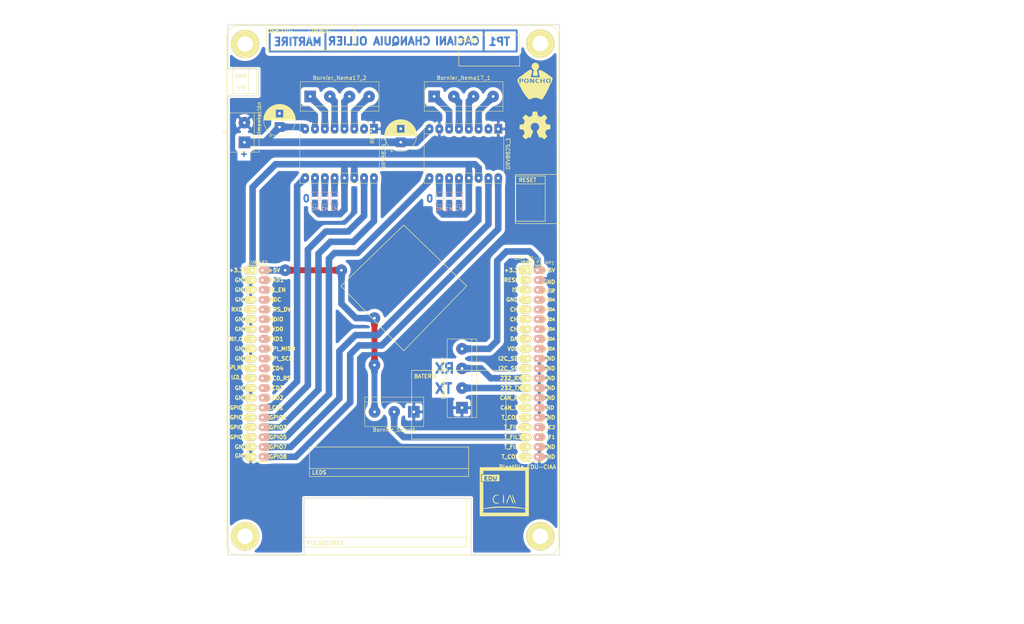
<source format=kicad_pcb>
(kicad_pcb (version 20240108) (generator "pcbnew") (generator_version "8.0")
  (layers (0 "F.Cu" signal) (31 "B.Cu" signal) (34 "B.Paste" user) (35 "F.Paste" user) (36 "B.SilkS" user "B.Silkscreen") (37 "F.SilkS" user "F.Silkscreen") (38 "B.Mask" user) (39 "F.Mask" user) (44 "Edge.Cuts" user))
  (net 0 "")
  (net 1 "GND")
  (net 2 "5VL")
  (net 3 "RS232_RX")
  (net 4 "RS232_TX")
  (net 5 "B2_1")
  (net 6 "A1_1")
  (net 7 "A2_1")
  (net 8 "B1_1")
  (net 9 "TFIL3")
  (net 10 "5VR")
  (net 21 "B2_2")
  (net 22 "A2_2")
  (net 25 "B1_2")
  (net 26 "A1_2")
  (net 31 "3V3R")
  (net 48 "STEP1")
  (net 55 "STEP2")
  (net 63 "3V3L")
  (net 64 "DIR2")
  (net 65 "DIR1")
  (net 67 "VMOT")
  (net 68 "M11")
  (net 69 "M21")
  (net 70 "M01")
  (net 72 "M22")
  (net 73 "M12")
  (net 74 "M02")
  (net 76 "EN2")
  (net 77 "EN1")
  (footprint "Poncho_Esqueleto:Logo_EDU-CIAA" (layer "F.Cu") (at 145.04 147.77)
    (property "Reference" "G***" (hide yes))
    (property "Value" "Logo_EDU-CIAA" (hide yes))
  )
  (footprint "Poncho_Esqueleto:Logo_OSHWA" (layer "F.Cu") (at 152.96 52.995)
    (property "Reference" "G101" (hide yes))
    (property "Value" "Logo_OSHWA" (hide yes))
  )
  (footprint "ProyectoTdL:TerminalBlock_bornier-4_P5.08mm" (layer "F.Cu") (at 94.85 45.5)
    (property "Reference" "Bornier_Nema17_2")
    (property "Value" "Screw_Terminal_01x04")
  )
  (footprint "Module:Pololu_Breakout-16_15.2x20.3mm" (layer "F.Cu") (at 111.335 53.88 -90)
    (property "Reference" "DRV8825_2")
    (property "Value" "Pololu_Breakout_DRV8825")
  )
  (footprint "ProyectoTdL:Tira_P1_CIAA" (layer "F.Cu") (at 151.06 90.46)
    (property "Reference" "CIAA-P1-1")
    (property "Value" "Conn_02x20_Odd_Even" (hide yes))
  )
  (footprint "ProyectoTdL:TerminalBlock_bornier-2_P5.08mm" (layer "F.Cu") (at 77.85 57.375 90)
    (property "Reference" "J1")
    (property "Value" "Screw_Terminal_01x02")
  )
  (footprint "Module:Pololu_Breakout-16_15.2x20.3mm" (layer "F.Cu") (at 143.48 53.905 -90)
    (property "Reference" "DRV8825_1")
    (property "Value" "Pololu_Breakout_DRV8825")
  )
  (footprint "Capacitor_THT:CP_Radial_D8.0mm_P3.50mm" (layer "F.Cu") (at 86.925 53.4 90)
    (property "Reference" "Alimentación")
    (property "Value" "CP_Radial_D8.0mm_P3.50mm")
  )
  (footprint "ProyectoTdL:TerminalBlock_bornier-4_P5.08mm" (layer "F.Cu") (at 126.91 45.5)
    (property "Reference" "Bornier_Nema17_1")
    (property "Value" "Screw_Terminal_01x04")
  )
  (footprint "Capacitor_THT:CP_Radial_D8.0mm_P3.50mm" (layer "F.Cu") (at 118.25 57.35 90)
    (property "Reference" "REF**")
    (property "Value" "CP_Radial_D8.0mm_P3.50mm")
  )
  (footprint "Poncho_Esqueleto:Plantilla_EDU-CIAA" (layer "F.Cu") (at 151.048058 90.47)
    (property "Reference" "MP1")
    (property "Value" "Plantilla_EDU-CIAA")
  )
  (footprint "ProyectoTdL:Tira_P2_CIAA" (layer "F.Cu") (at 81.5 89.78)
    (property "Reference" "CIAA-P2-1" (hide yes))
    (property "Value" "Conn_02x20_Odd_Even" (hide yes))
  )
  (footprint "Poncho_Esqueleto:Logo_Poncho" (layer "F.Cu") (at 152.96 41.565)
    (property "Reference" "G***" (hide yes))
    (property "Value" "LOGO" (hide yes))
  )
  (footprint "mod:poncho_grande" (layer "F.Cu") (at 151.055 90.46)
    (property "Reference" "XA1")
    (property "Value" "")
  )
  (footprint "ProyectoTdL:TerminalBlock_bornier-4_P5.08mm" (layer "F.Cu") (at 134.1 126.03 90)
    (property "Reference" "Bornier_ESP32")
    (property "Value" "Screw_Terminal_01x04")
  )
  (footprint "ProyectoTdL:TerminalBlock_bornier-3_P5.08mm" (layer "F.Cu") (at 121.655 127.1 180)
    (property "Reference" "Bornier_Servo1")
    (property "Value" "Screw_Terminal_01x03")
  )
  (footprint "ProyectoTdL:SMD Solder Jumper, 1x1.5mm Pads, 0.75mm gap, open" (layer "B.Cu") (at 130.78 72.085 90)
    (property "Reference" "M1")
    (property "Value" "SMD Solder Jumper, 1x1.5mm Pads, 0.75mm gap, open")
  )
  (footprint "ProyectoTdL:SMD Solder Jumper, 1x1.5mm Pads, 0.75mm gap, open" (layer "B.Cu") (at 98.625 72.04 90)
    (property "Reference" "M1")
    (property "Value" "SMD Solder Jumper, 1x1.5mm Pads, 0.75mm gap, open")
  )
  (footprint "ProyectoTdL:SMD Solder Jumper, 1x1.5mm Pads, 0.75mm gap, open" (layer "B.Cu") (at 128.26 72.085 90)
    (property "Reference" "M0")
    (property "Value" "SMD Solder Jumper, 1x1.5mm Pads, 0.75mm gap, open")
  )
  (footprint "ProyectoTdL:SMD Solder Jumper, 1x1.5mm Pads, 0.75mm gap, open" (layer "B.Cu") (at 133.32 72.085 90)
    (property "Reference" "M2")
    (property "Value" "SMD Solder Jumper, 1x1.5mm Pads, 0.75mm gap, open")
  )
  (footprint "ProyectoTdL:SMD Solder Jumper, 1x1.5mm Pads, 0.9mm gap, open" (layer "B.Cu") (at 96.085 72.04 90)
    (property "Reference" "M0")
    (property "Value" "SMD Solder Jumper, 1x1.5mm Pads, 0.75mm gap, open")
  )
  (footprint "ProyectoTdL:SMD Solder Jumper, 1x1.5mm Pads, 0.75mm gap, open" (layer "B.Cu") (at 101.165 72.04 90)
    (property "Reference" "M2")
    (property "Value" "SMD Solder Jumper, 1x1.5mm Pads, 0.75mm gap, open")
  )
  (gr_rect (start 139.715 28.4) (end 148.255 33.86) (stroke (width 0.5)) (fill none) (layer "B.Cu"))
  (gr_rect (start 98.795 28.4) (end 139.715 33.86) (stroke (width 0.5)) (fill none) (layer "B.Cu"))
  (gr_rect (start 84.39 28.4) (end 98.795 33.86) (stroke (width 0.5)) (fill none) (layer "B.Cu"))
  (gr_line (start 147.88 65.695) (end 159.31 65.695) (stroke (width 0.15)) (layer "F.SilkS"))
  (gr_line (start 159.31 78.395) (end 147.88 78.395) (stroke (width 0.15)) (layer "F.SilkS"))
  (gr_line (start 147.88 65.695) (end 147.88 78.395) (stroke (width 0.15)) (layer "F.SilkS"))
  (gr_line (start 73.585 26.96) (end 73.585 27.595) (stroke (width 0.15)) (layer "Edge.Cuts"))
  (gr_line (start 73.585 27.595) (end 73.585 38.39) (stroke (width 0.15)) (layer "Edge.Cuts"))
  (gr_line (start 159.31 65.695) (end 159.31 78.395) (stroke (width 0.15)) (layer "Edge.Cuts"))
  (gr_line (start 73.585 45.375) (end 73.585 164.12) (stroke (width 0.15)) (layer "Edge.Cuts"))
  (gr_line (start 81.51 45.37) (end 73.585 45.375) (stroke (width 0.15)) (layer "Edge.Cuts"))
  (gr_line (start 73.585 38.39) (end 81.51 38.39) (stroke (width 0.15)) (layer "Edge.Cuts"))
  (gr_line (start 93.27 149.4) (end 136.45 149.42) (stroke (width 0.15)) (layer "Edge.Cuts"))
  (gr_line (start 136.45 164.12) (end 159.31 164.12) (stroke (width 0.15)) (layer "Edge.Cuts"))
  (gr_line (start 93.27 164.12) (end 93.27 149.4) (stroke (width 0.15)) (layer "Edge.Cuts"))
  (gr_line (start 159.31 65.695) (end 159.31 26.96) (stroke (width 0.15)) (layer "Edge.Cuts"))
  (gr_line (start 159.31 26.96) (end 73.585 26.96) (stroke (width 0.15)) (layer "Edge.Cuts"))
  (gr_line (start 81.51 38.39) (end 81.51 45.37) (stroke (width 0.15)) (layer "Edge.Cuts"))
  (gr_line (start 136.45 149.42) (end 136.45 164.12) (stroke (width 0.15)) (layer "Edge.Cuts"))
  (gr_line (start 73.585 164.12) (end 93.27 164.12) (stroke (width 0.15)) (layer "Edge.Cuts"))
  (gr_line (start 159.31 164.12) (end 159.31 78.395) (stroke (width 0.15)) (layer "Edge.Cuts"))
  (gr_text "MARTIRE" (at 98.1 32.52 0) (layer "B.Cu") (effects (font (size 2 2) (thickness 0.5) (bold yes)) (justify left bottom mirror)))
  (gr_text "RX" (at 132.475 117.35 0) (layer "B.Cu") (effects (font (size 2.5 2.5) (thickness 0.625) (bold yes)) (justify left bottom mirror)))
  (gr_text "CACIANI" (at 138.92 32.35 0) (layer "B.Cu") (effects (font (size 2 2) (thickness 0.5) (bold yes)) (justify left bottom mirror)))
  (gr_text "OLLIER" (at 109.97 32.37 0) (layer "B.Cu") (effects (font (size 2 2) (thickness 0.5) (bold yes)) (justify left bottom mirror)))
  (gr_text "TX" (at 131.9 122.55 0) (layer "B.Cu") (effects (font (size 2.5 2.5) (thickness 0.625) (bold yes)) (justify left bottom mirror)))
  (gr_text "+" (at 78.9 61.2 0) (layer "B.Cu") (effects (font (size 1.5 1.5) (thickness 0.375) (bold yes)) (justify left bottom mirror)))
  (gr_text "CHANQUIA" (at 126.26 32.37 0) (layer "B.Cu") (effects (font (size 2 2) (thickness 0.5) (bold yes)) (justify left bottom mirror)))
  (gr_text "0" (at 95 72.975 0) (layer "B.Cu") (effects (font (size 1.8 1.8) (thickness 0.45) (bold yes)) (justify left bottom mirror)))
  (gr_text "0" (at 126.9 73 0) (layer "B.Cu") (effects (font (size 1.8 1.8) (thickness 0.45) (bold yes)) (justify left bottom mirror)))
  (gr_text "TP1" (at 146.795 32.48 0) (layer "B.Cu") (effects (font (size 2 2) (thickness 0.5) (bold yes)) (justify left bottom mirror)))
  (segment (start 118.25 53.85) (end 117.1 55) (width 0.762) (layer "B.Cu") (net 1))
  (segment (start 85.756 51.069) (end 85.05 51.069) (width 0.762) (layer "B.Cu") (net 1))
  (segment (start 119.4 55) (end 120.7 55) (width 0.762) (layer "B.Cu") (net 1))
  (segment (start 86.925 49.9) (end 85.756 51.069) (width 0.762) (layer "B.Cu") (net 1))
  (segment (start 96.095 53.88) (end 96.095 51.965) (width 1.524) (layer "B.Cu") (net 1))
  (segment (start 86.925 49.9) (end 88.094 51.069) (width 0.762) (layer "B.Cu") (net 1))
  (segment (start 117.1 55) (end 115.8 55) (width 0.762) (layer "B.Cu") (net 1))
  (segment (start 153.6 93) (end 156.05 93) (width 1.524) (layer "B.Cu") (net 1))
  (segment (start 88.094 51.069) (end 88.83 51.069) (width 0.762) (layer "B.Cu") (net 1))
  (segment (start 118.25 53.85) (end 119.4 55) (width 0.762) (layer "B.Cu") (net 1))
  (segment (start 111.475 102.855) (end 111.475 115) (width 1.524) (layer "F.Cu") (net 2))
  (segment (start 88.386 90.46) (end 102.91 90.46) (width 1.524) (layer "F.Cu") (net 2))
  (segment (start 111.48 102.85) (end 111.475 102.855) (width 1.524) (layer "F.Cu") (net 2))
  (via (at 102.91 90.46) (size 3) (drill 0.7) (layers "F.Cu" "B.Cu") (net 2))
  (via (at 111.48 102.85) (size 3) (drill 0.7) (layers "F.Cu" "B.Cu") (net 2))
  (via (at 111.475 115) (size 3) (drill 0.7) (layers "F.Cu" "B.Cu") (net 2))
  (via (at 88.386 90.46) (size 3) (drill 0.7) (layers "F.Cu" "B.Cu") (net 2))
  (segment (start 111.475 127.08) (end 111.495 127.1) (width 1.524) (layer "B.Cu") (net 2))
  (segment (start 82.5 90.46) (end 88.386 90.46) (width 1.7) (layer "B.Cu") (net 2))
  (segment (start 102.93 90.48) (end 102.93 99.11) (width 1.7) (layer "B.Cu") (net 2))
  (segment (start 102.93 99.11) (end 106.67 102.85) (width 1.7) (layer "B.Cu") (net 2))
  (segment (start 106.67 102.85) (end 111.48 102.85) (width 1.7) (layer "B.Cu") (net 2))
  (segment (start 111.475 115) (end 111.475 127.08) (width 1.524) (layer "B.Cu") (net 2))
  (segment (start 102.91 90.46) (end 102.93 90.48) (width 1.7) (layer "B.Cu") (net 2))
  (segment (start 141.525 118.4) (end 138.995 115.87) (width 1.7) (layer "B.Cu") (net 3))
  (segment (start 151.06 118.4) (end 141.525 118.4) (width 1.7) (layer "B.Cu") (net 3))
  (segment (start 138.995 115.87) (end 134.1 115.87) (width 1.7) (layer "B.Cu") (net 3))
  (segment (start 151.06 120.94) (end 134.11 120.94) (width 1.7) (layer "B.Cu") (net 4))
  (segment (start 134.11 120.94) (end 134.1 120.95) (width 1.7) (layer "B.Cu") (net 4))
  (segment (start 130.78 49.37) (end 130.78 53.905) (width 1.7) (layer "B.Cu") (net 5))
  (segment (start 126.91 45.5) (end 130.78 49.37) (width 1.7) (layer "B.Cu") (net 5))
  (segment (start 137.07 45.5) (end 135.86 46.71) (width 1.7) (layer "B.Cu") (net 6))
  (segment (start 135.86 46.71) (end 135.86 53.905) (width 1.7) (layer "B.Cu") (net 6))
  (segment (start 142.15 45.5) (end 138.4 49.25) (width 1.7) (layer "B.Cu") (net 7))
  (segment (start 138.4 49.25) (end 138.4 53.905) (width 1.7) (layer "B.Cu") (net 7))
  (segment (start 133.32 46.83) (end 133.32 53.905) (width 1.7) (layer "B.Cu") (net 8))
  (segment (start 131.99 45.5) (end 133.32 46.83) (width 1.7) (layer "B.Cu") (net 8))
  (segment (start 116.575 127.1) (end 116.575 131.2) (width 1.7) (layer "B.Cu") (net 9))
  (segment (start 119.015 133.64) (end 151.06 133.64) (width 1.7) (layer "B.Cu") (net 9))
  (segment (start 116.575 131.2) (end 119.015 133.64) (width 1.7) (layer "B.Cu") (net 9))
  (segment (start 143.2 88) (end 143.2 108.7) (width 1.7) (layer "B.Cu") (net 10))
  (segment (start 153.6 87.65) (end 151.55 85.6) (width 1.7) (layer "B.Cu") (net 10))
  (segment (start 143.2 108.7) (end 141.11 110.79) (width 1.7) (layer "B.Cu") (net 10))
  (segment (start 145.6 85.6) (end 143.2 88) (width 1.7) (layer "B.Cu") (net 10))
  (segment (start 151.55 85.6) (end 145.6 85.6) (width 1.7) (layer "B.Cu") (net 10))
  (segment (start 141.11 110.79) (end 134.1 110.79) (width 1.7) (layer "B.Cu") (net 10))
  (segment (start 153.6 90.46) (end 153.6 87.65) (width 1.7) (layer "B.Cu") (net 10))
  (segment (start 98.635 49.285) (end 98.635 53.88) (width 1.7) (layer "B.Cu") (net 21))
  (segment (start 94.85 45.5) (end 98.635 49.285) (width 1.7) (layer "B.Cu") (net 21))
  (segment (start 110.09 45.5) (end 106.255 49.335) (width 1.7) (layer "B.Cu") (net 22))
  (segment (start 106.255 49.335) (end 106.255 53.88) (width 1.7) (layer "B.Cu") (net 22))
  (segment (start 101.175 46.745) (end 101.175 53.88) (width 1.7) (layer "B.Cu") (net 25))
  (segment (start 99.93 45.5) (end 101.175 46.745) (width 1.7) (layer "B.Cu") (net 25))
  (segment (start 103.715 46.795) (end 103.715 53.88) (width 1.7) (layer "B.Cu") (net 26))
  (segment (start 105.01 45.5) (end 103.715 46.795) (width 1.7) (layer "B.Cu") (net 26))
  (segment (start 140.94 78.56) (end 140.94 66.605) (width 1.7) (layer "B.Cu") (net 48))
  (segment (start 89.845 136.18) (end 102.4 123.625) (width 1.7) (layer "B.Cu") (net 48))
  (segment (start 102.4 123.625) (end 102.4 111.4) (width 1.7) (layer "B.Cu") (net 48))
  (segment (start 106.55 107.25) (end 112.25 107.25) (width 1.7) (layer "B.Cu") (net 48))
  (segment (start 102.4 111.4) (end 106.55 107.25) (width 1.7) (layer "B.Cu") (net 48))
  (segment (start 112.25 107.25) (end 140.94 78.56) (width 1.7) (layer "B.Cu") (net 48))
  (segment (start 82.475 136.18) (end 89.845 136.18) (width 1.7) (layer "B.Cu") (net 48))
  (segment (start 108.795 76.355) (end 104.693381 80.456619) (width 1.7) (layer "B.Cu") (net 55))
  (segment (start 98.893381 80.456619) (end 94.25 85.1) (width 1.7) (layer "B.Cu") (net 55))
  (segment (start 94.25 120.275) (end 85.965 128.56) (width 1.7) (layer "B.Cu") (net 55))
  (segment (start 85.965 128.56) (end 82.475 128.56) (width 1.7) (layer "B.Cu") (net 55))
  (segment (start 94.25 85.1) (end 94.25 120.275) (width 1.7) (layer "B.Cu") (net 55))
  (segment (start 104.693381 80.456619) (end 98.893381 80.456619) (width 1.7) (layer "B.Cu") (net 55))
  (segment (start 108.795 66.58) (end 108.795 76.355) (width 1.7) (layer "B.Cu") (net 55))
  (segment (start 133.335 76.005) (end 133.335 73.445) (width 1.7) (layer "B.Cu") (net 63))
  (segment (start 133.335 76.005) (end 130.815 76.005) (width 1.7) (layer "B.Cu") (net 63))
  (segment (start 130.785 73.435) (end 130.78 73.43) (width 1.524) (layer "B.Cu") (net 63))
  (segment (start 106.255 66.58) (end 106.255 63.04) (width 1.7) (layer "B.Cu") (net 63))
  (segment (start 129.145 76.005) (end 128.26 75.12) (width 1.7) (layer "B.Cu") (net 63))
  (segment (start 96.075 72.752) (end 96.075 73.38) (width 1.016) (layer "B.Cu") (net 63))
  (segment (start 79.96 68.99) (end 79.96 90.46) (width 1.7) (layer "B.Cu") (net 63))
  (segment (start 103.715 66.58) (end 103.715 63.05) (width 1.7) (layer "B.Cu") (net 63))
  (segment (start 138.4 66.605) (end 138.4 64) (width 1.7) (layer "B.Cu") (net 63))
  (segment (start 102.55 75.95) (end 103.715 74.785) (width 1.7) (layer "B.Cu") (net 63))
  (segment (start 135.86 66.605) (end 135.86 63.095) (width 1.7) (layer "B.Cu") (net 63))
  (segment (start 101.165 72.69) (end 101.165 73.38) (width 1.016) (layer "B.Cu") (net 63))
  (segment (start 101.17 73.385) (end 101.165 73.38) (width 1.524) (layer "B.Cu") (net 63))
  (segment (start 134.935 76.005) (end 133.335 76.005) (width 1.7) (layer "B.Cu") (net 63))
  (segment (start 130.815 76.005) (end 129.145 76.005) (width 1.7) (layer "B.Cu") (net 63))
  (segment (start 130.785 75.975) (end 130.785 73.435) (width 1.7) (layer "B.Cu") (net 63))
  (segment (start 135.86 75.08) (end 134.935 76.005) (width 1.7) (layer "B.Cu") (net 63))
  (segment (start 97.18 75.95) (end 98.61 75.95) (width 1.7) (layer "B.Cu") (net 63))
  (segment (start 128.26 72.735) (end 128.26 73.43) (width 1.016) (layer "B.Cu") (net 63))
  (segment (start 133.32 72.735) (end 133.32 73.43) (width 1.016) (layer "B.Cu") (net 63))
  (segment (start 138.4 64) (end 137.44 63.04) (width 1.7) (layer "B.Cu") (net 63))
  (segment (start 98.61 75.95) (end 98.61 73.405) (width 1.7) (layer "B.Cu") (net 63))
  (segment (start 103.715 74.785) (end 103.715 66.58) (width 1.7) (layer "B.Cu") (net 63))
  (segment (start 98.625 72.69) (end 98.625 73.39) (width 1.016) (layer "B.Cu") (net 63))
  (segment (start 135.86 66.605) (end 135.86 75.08) (width 1.7) (layer "B.Cu") (net 63))
  (segment (start 96.075 74.845) (end 96.075 73.38) (width 1.7) (layer "B.Cu") (net 63))
  (segment (start 128.26 75.12) (end 128.26 73.43) (width 1.7) (layer "B.Cu") (net 63))
  (segment (start 98.61 75.95) (end 101.17 75.95) (width 1.7) (layer "B.Cu") (net 63))
  (segment (start 101.17 75.95) (end 102.55 75.95) (width 1.7) (layer "B.Cu") (net 63))
  (segment (start 130.78 72.735) (end 130.78 73.43) (width 1.016) (layer "B.Cu") (net 63))
  (segment (start 85.91 63.04) (end 79.96 68.99) (width 1.7) (layer "B.Cu") (net 63))
  (segment (start 133.335 73.445) (end 133.32 73.43) (width 1.524) (layer "B.Cu") (net 63))
  (segment (start 96.075 74.845) (end 97.18 75.95) (width 1.7) (layer "B.Cu") (net 63))
  (segment (start 101.17 75.95) (end 101.17 73.385) (width 1.7) (layer "B.Cu") (net 63))
  (segment (start 137.44 63.04) (end 85.91 63.04) (width 1.7) (layer "B.Cu") (net 63))
  (segment (start 138.395 64.005) (end 138.4 64) (width 1.7) (layer "B.Cu") (net 63))
  (segment (start 130.815 76.005) (end 130.785 75.975) (width 1.7) (layer "B.Cu") (net 63))
  (segment (start 111.335 77.765) (end 106 83.1) (width 1.7) (layer "B.Cu") (net 64))
  (segment (start 97 121.35) (end 87.25 131.1) (width 1.7) (layer "B.Cu") (net 64))
  (segment (start 87.25 131.1) (end 82.475 131.1) (width 1.7) (layer "B.Cu") (net 64))
  (segment (start 97 86.2) (end 97 121.35) (width 1.7) (layer "B.Cu") (net 64))
  (segment (start 100.1 83.1) (end 97 86.2) (width 1.7) (layer "B.Cu") (net 64))
  (segment (start 106 83.1) (end 100.1 83.1) (width 1.7) (layer "B.Cu") (net 64))
  (segment (start 111.335 66.58) (end 111.335 77.765) (width 1.7) (layer "B.Cu") (net 64))
  (segment (start 91.105 138.72) (end 82.5 138.72) (width 1.7) (layer "B.Cu") (net 65))
  (segment (start 143.48 66.605) (end 143.48 79.77) (width 1.7) (layer "B.Cu") (net 65))
  (segment (start 105.2 124.625) (end 91.105 138.72) (width 1.7) (layer "B.Cu") (net 65))
  (segment (start 143.48 79.77) (end 113.35 109.9) (width 1.7) (layer "B.Cu") (net 65))
  (segment (start 105.2 112.19) (end 105.2 124.625) (width 1.7) (layer "B.Cu") (net 65))
  (segment (start 113.35 109.9) (end 107.49 109.9) (width 1.7) (layer "B.Cu") (net 65))
  (segment (start 107.49 109.9) (end 105.2 112.19) (width 1.7) (layer "B.Cu") (net 65))
  (segment (start 83 57.35) (end 122.25 57.35) (width 2) (layer "B.Cu") (net 67))
  (segment (start 125.35 54.25) (end 125.355 54.25) (width 1.27) (layer "B.Cu") (net 67))
  (segment (start 93.555 53.88) (end 93.55 53.88) (width 1.27) (layer "B.Cu") (net 67))
  (segment (start 125.355 54.25) (end 125.7 53.905) (width 1.27) (layer "B.Cu") (net 67))
  (segment (start 93.555 53.875) (end 93.08 53.4) (width 1.27) (layer "B.Cu") (net 67))
  (segment (start 77.875 57.35) (end 83 57.35) (width 2) (layer "B.Cu") (net 67))
  (segment (start 86.925 53.4) (end 93.08 53.4) (width 1.7) (layer "B.Cu") (net 67))
  (segment (start 122.25 57.35) (end 125.35 54.25) (width 2) (layer "B.Cu") (net 67))
  (segment (start 93.555 53.88) (end 93.555 53.875) (width 1.27) (layer "B.Cu") (net 67))
  (segment (start 77.85 57.375) (end 77.875 57.35) (width 2) (layer "B.Cu") (net 67))
  (segment (start 86.925 53.4) (end 83 57.325) (width 1.7) (layer "B.Cu") (net 67))
  (segment (start 83 57.325) (end 83 57.35) (width 1.7) (layer "B.Cu") (net 67))
  (segment (start 130.78 66.605) (end 130.78 70.24) (width 1.7) (layer "B.Cu") (net 68))
  (segment (start 130.78 70.835) (end 130.78 70.24) (width 1.016) (layer "B.Cu") (net 68))
  (segment (start 133.32 66.605) (end 133.32 70.24) (width 1.7) (layer "B.Cu") (net 69))
  (segment (start 133.32 70.835) (end 133.32 70.24) (width 1.016) (layer "B.Cu") (net 69))
  (segment (start 128.26 70.835) (end 128.26 70.24) (width 1.016) (layer "B.Cu") (net 70))
  (segment (start 128.24 70.22) (end 128.26 70.24) (width 1.524) (layer "B.Cu") (net 70))
  (segment (start 128.24 66.605) (end 128.24 70.22) (width 1.7) (layer "B.Cu") (net 70))
  (segment (start 101.145 66.61) (end 101.145 70.225) (width 1.7) (layer "B.Cu") (net 72))
  (segment (start 101.145 70.225) (end 101.165 70.245) (width 1.524) (layer "B.Cu") (net 72))
  (segment (start 101.175 66.58) (end 101.145 66.61) (width 1.524) (layer "B.Cu") (net 72))
  (segment (start 101.165 70.79) (end 101.165 70.245) (width 1.016) (layer "B.Cu") (net 72))
  (segment (start 98.625 70.79) (end 98.625 70.245) (width 1.016) (layer "B.Cu") (net 73))
  (segment (start 98.635 70.235) (end 98.625 70.245) (width 1.524) (layer "B.Cu") (net 73))
  (segment (start 98.635 66.58) (end 98.635 70.235) (width 1.7) (layer "B.Cu") (net 73))
  (segment (start 96.085 70.94) (end 96.085 70.245) (width 1.016) (layer "B.Cu") (net 74))
  (segment (start 96.095 70.235) (end 96.085 70.245) (width 1.524) (layer "B.Cu") (net 74))
  (segment (start 96.095 66.58) (end 96.095 70.235) (width 1.7) (layer "B.Cu") (net 74))
  (segment (start 91.47 68.665) (end 91.47 119.23) (width 1.7) (layer "B.Cu") (net 76))
  (segment (start 91.47 119.23) (end 84.68 126.02) (width 1.7) (layer "B.Cu") (net 76))
  (segment (start 84.68 126.02) (end 82.5 126.02) (width 1.7) (layer "B.Cu") (net 76))
  (segment (start 93.555 66.58) (end 91.47 68.665) (width 1.7) (layer "B.Cu") (net 76))
  (segment (start 101.15 86) (end 107.1 86) (width 1.7) (layer "B.Cu") (net 77))
  (segment (start 99.7 122.525) (end 99.7 87.45) (width 1.7) (layer "B.Cu") (net 77))
  (segment (start 125.7 67.4) (end 125.7 66.605) (width 1.7) (layer "B.Cu") (net 77))
  (segment (start 99.7 87.45) (end 101.15 86) (width 1.7) (layer "B.Cu") (net 77))
  (segment (start 107.1 86) (end 125.7 67.4) (width 1.7) (layer "B.Cu") (net 77))
  (segment (start 82.475 133.64) (end 88.585 133.64) (width 1.7) (layer "B.Cu") (net 77))
  (segment (start 88.585 133.64) (end 99.7 122.525) (width 1.7) (layer "B.Cu") (net 77))
  (zone (net 0) (net_name "") (layer "B.Cu") (connect_pads (clearance 0)) (min_thickness 0.25)
    (keepout (tracks allowed) (vias allowed) (pads allowed) (copperpour not_allowed) (footprints allowed))
    (fill (thermal_gap 0.5) (thermal_bridge_width 0.5))
    (polygon (pts (xy 83.46 27.12) (xy 83.57 32.71) (xy 82.25 32.71) (xy 82.253053 30.812186) (xy 79.23 26.9)))
  )
  (zone (net 1) (net_name "GND") (layer "B.Cu") (priority 1) (connect_pads (clearance 0.9)) (min_thickness 0.75) (fill yes (thermal_gap 0.75) (thermal_bridge_width 0.75) (island_removal_mode 2) (island_area_min 10))
    (polygon (pts (xy 158.8 163.5) (xy 74 163.5) (xy 74.125 27.5) (xy 158.525 27.5)))
  )
)
</source>
